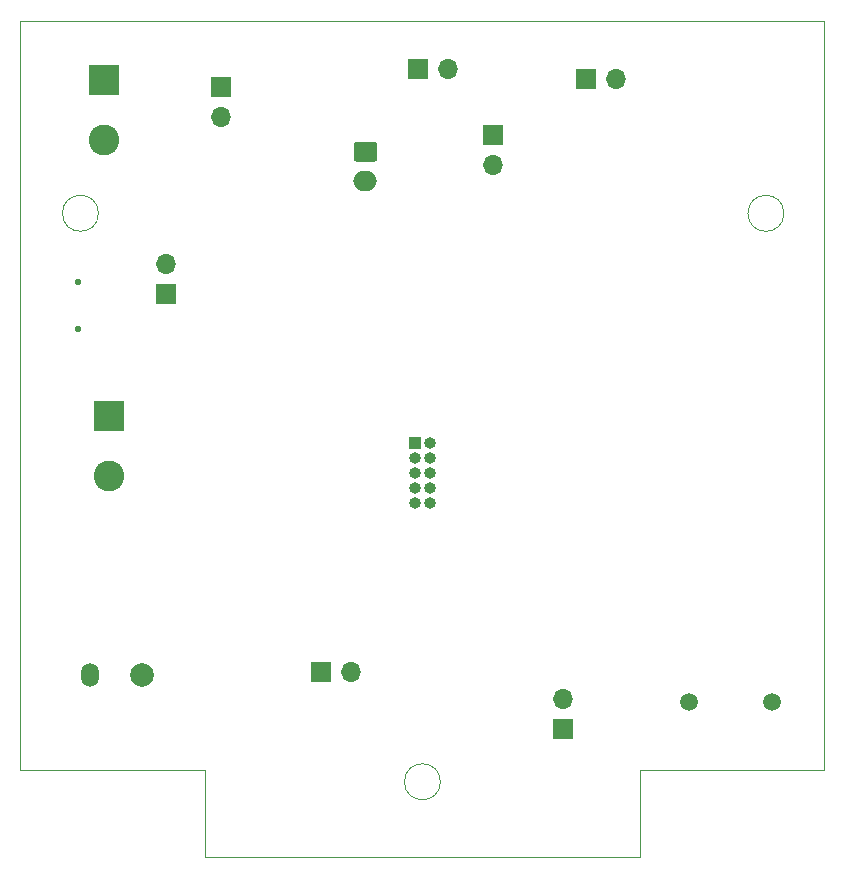
<source format=gbr>
%TF.GenerationSoftware,KiCad,Pcbnew,(5.1.8)-1*%
%TF.CreationDate,2021-05-25T14:35:32+05:30*%
%TF.ProjectId,ATM90_WLR_BOARD,41544d39-305f-4574-9c52-5f424f415244,rev?*%
%TF.SameCoordinates,Original*%
%TF.FileFunction,Soldermask,Bot*%
%TF.FilePolarity,Negative*%
%FSLAX46Y46*%
G04 Gerber Fmt 4.6, Leading zero omitted, Abs format (unit mm)*
G04 Created by KiCad (PCBNEW (5.1.8)-1) date 2021-05-25 14:35:32*
%MOMM*%
%LPD*%
G01*
G04 APERTURE LIST*
%TA.AperFunction,Profile*%
%ADD10C,0.050000*%
%TD*%
%ADD11C,0.550000*%
%ADD12O,2.000000X1.700000*%
%ADD13O,1.500000X2.000000*%
%ADD14C,2.000000*%
%ADD15C,1.500000*%
%ADD16C,2.600000*%
%ADD17R,2.600000X2.600000*%
%ADD18R,1.700000X1.700000*%
%ADD19O,1.700000X1.700000*%
%ADD20O,1.000000X1.000000*%
%ADD21R,1.000000X1.000000*%
G04 APERTURE END LIST*
D10*
X80391000Y-135890000D02*
X80391000Y-72517000D01*
X148463000Y-72517000D02*
X148463000Y-135890000D01*
X148463000Y-72517000D02*
X80391000Y-72517000D01*
X132842000Y-135890000D02*
X148463000Y-135890000D01*
X132842000Y-143256000D02*
X132842000Y-135890000D01*
X96012000Y-135890000D02*
X96012000Y-143256000D01*
X80391000Y-135890000D02*
X96012000Y-135890000D01*
X96012000Y-143256000D02*
X132842000Y-143256000D01*
X115951000Y-136906000D02*
G75*
G03*
X115951000Y-136906000I-1524000J0D01*
G01*
X145034000Y-88773000D02*
G75*
G03*
X145034000Y-88773000I-1524000J0D01*
G01*
X86995000Y-88773000D02*
G75*
G03*
X86995000Y-88773000I-1524000J0D01*
G01*
D11*
%TO.C,J6*%
X85290000Y-98610000D03*
X85290000Y-94610000D03*
%TD*%
%TO.C,BT1*%
G36*
G01*
X108851000Y-82716000D02*
X110351000Y-82716000D01*
G75*
G02*
X110601000Y-82966000I0J-250000D01*
G01*
X110601000Y-84166000D01*
G75*
G02*
X110351000Y-84416000I-250000J0D01*
G01*
X108851000Y-84416000D01*
G75*
G02*
X108601000Y-84166000I0J250000D01*
G01*
X108601000Y-82966000D01*
G75*
G02*
X108851000Y-82716000I250000J0D01*
G01*
G37*
D12*
X109601000Y-86066000D03*
%TD*%
D13*
%TO.C,J1*%
X86254000Y-127889000D03*
D14*
X90654000Y-127889000D03*
%TD*%
D15*
%TO.C,J2*%
X144031000Y-130111000D03*
X137031000Y-130111000D03*
%TD*%
D16*
%TO.C,J3*%
X87884000Y-110998000D03*
D17*
X87884000Y-105918000D03*
%TD*%
D18*
%TO.C,J4*%
X126365000Y-132461000D03*
D19*
X126365000Y-129921000D03*
%TD*%
%TO.C,J5*%
X108395000Y-127635000D03*
D18*
X105855000Y-127635000D03*
%TD*%
%TO.C,J7*%
X92710000Y-95631000D03*
D19*
X92710000Y-93091000D03*
%TD*%
D17*
%TO.C,J8*%
X87503000Y-77470000D03*
D16*
X87503000Y-82550000D03*
%TD*%
D19*
%TO.C,J9*%
X97409000Y-80645000D03*
D18*
X97409000Y-78105000D03*
%TD*%
%TO.C,J10*%
X120396000Y-82169000D03*
D19*
X120396000Y-84709000D03*
%TD*%
D18*
%TO.C,J11*%
X128270000Y-77406500D03*
D19*
X130810000Y-77406500D03*
%TD*%
%TO.C,J12*%
X116586000Y-76581000D03*
D18*
X114046000Y-76581000D03*
%TD*%
D20*
%TO.C,J13*%
X115062000Y-113284000D03*
X113792000Y-113284000D03*
X115062000Y-112014000D03*
X113792000Y-112014000D03*
X115062000Y-110744000D03*
X113792000Y-110744000D03*
X115062000Y-109474000D03*
X113792000Y-109474000D03*
X115062000Y-108204000D03*
D21*
X113792000Y-108204000D03*
%TD*%
M02*

</source>
